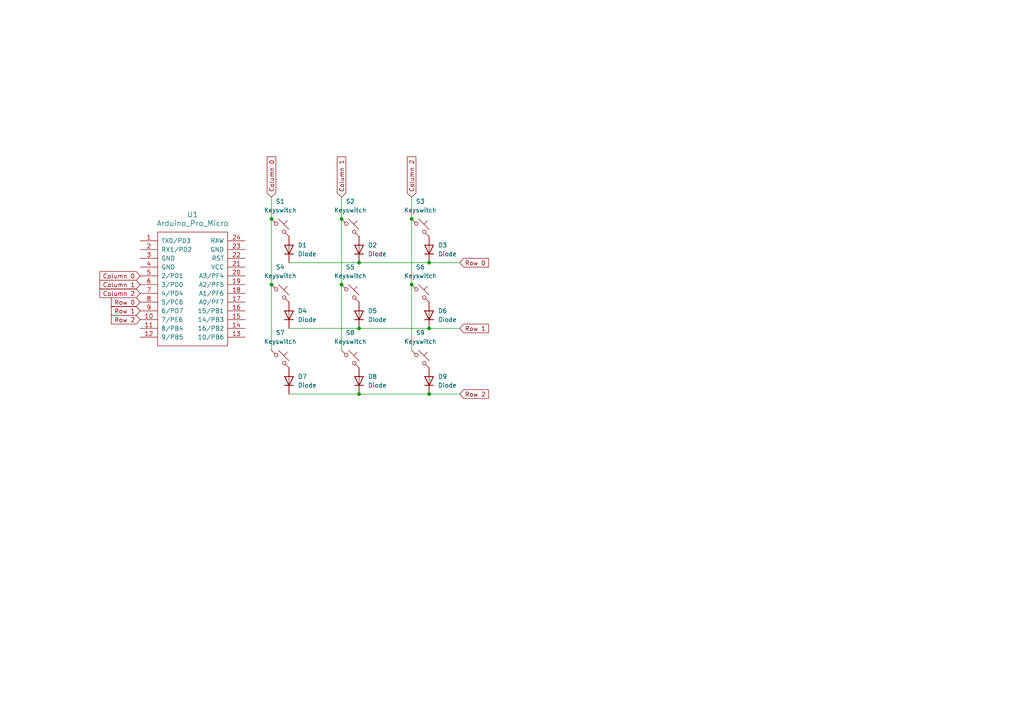
<source format=kicad_sch>
(kicad_sch (version 20231120) (generator "eeschema") (generator_version "8.0")
  (paper "A4")
  (lib_symbols
    (symbol "ScottoKeebs:MCU_Arduino_Pro_Micro" (pin_names (offset 1.016))
      (property "Reference" "U" (at 0 0 0))
      (property "Value" "Arduino_Pro_Micro" (at 0 -19.05 0))
      (symbol "MCU_Arduino_Pro_Micro_0_1"
        (rectangle (start -10.16 16.51) (end 10.16 -16.51))
      )
      (symbol "MCU_Arduino_Pro_Micro_1_1"
        (pin input line (at -15.24 13.97 0) (length 5.08) (name "TX0/PD3") (number "1"))
        (pin input line (at -15.24 -8.89 0) (length 5.08) (name "7/PE6") (number "10"))
        (pin input line (at -15.24 -11.43 0) (length 5.08) (name "8/PB4") (number "11"))
        (pin input line (at -15.24 -13.97 0) (length 5.08) (name "9/PB5") (number "12"))
        (pin input line (at 15.24 -13.97 180) (length 5.08) (name "10/PB6") (number "13"))
        (pin input line (at 15.24 -11.43 180) (length 5.08) (name "16/PB2") (number "14"))
        (pin input line (at 15.24 -8.89 180) (length 5.08) (name "14/PB3") (number "15"))
        (pin input line (at 15.24 -6.35 180) (length 5.08) (name "15/PB1") (number "16"))
        (pin input line (at 15.24 -3.81 180) (length 5.08) (name "A0/PF7") (number "17"))
        (pin input line (at 15.24 -1.27 180) (length 5.08) (name "A1/PF6") (number "18"))
        (pin input line (at 15.24 1.27 180) (length 5.08) (name "A2/PF5") (number "19"))
        (pin input line (at -15.24 11.43 0) (length 5.08) (name "RX1/PD2") (number "2"))
        (pin input line (at 15.24 3.81 180) (length 5.08) (name "A3/PF4") (number "20"))
        (pin input line (at 15.24 6.35 180) (length 5.08) (name "VCC") (number "21"))
        (pin input line (at 15.24 8.89 180) (length 5.08) (name "RST") (number "22"))
        (pin input line (at 15.24 11.43 180) (length 5.08) (name "GND") (number "23"))
        (pin input line (at 15.24 13.97 180) (length 5.08) (name "RAW") (number "24"))
        (pin input line (at -15.24 8.89 0) (length 5.08) (name "GND") (number "3"))
        (pin input line (at -15.24 6.35 0) (length 5.08) (name "GND") (number "4"))
        (pin input line (at -15.24 3.81 0) (length 5.08) (name "2/PD1") (number "5"))
        (pin input line (at -15.24 1.27 0) (length 5.08) (name "3/PD0") (number "6"))
        (pin input line (at -15.24 -1.27 0) (length 5.08) (name "4/PD4") (number "7"))
        (pin input line (at -15.24 -3.81 0) (length 5.08) (name "5/PC6") (number "8"))
        (pin input line (at -15.24 -6.35 0) (length 5.08) (name "6/PD7") (number "9"))
      )
    )
    (symbol "ScottoKeebs:Placeholder_Diode" (pin_numbers hide) (pin_names hide)
      (property "Reference" "D" (at 0 2.54 0))
      (property "Value" "Diode" (at 0 -2.54 0))
      (symbol "Placeholder_Diode_0_1"
        (polyline (pts (xy -1.27 1.27) (xy -1.27 -1.27)) (stroke (width 0.254)))
        (polyline (pts (xy 1.27 0) (xy -1.27 0)))
        (polyline (pts (xy 1.27 1.27) (xy 1.27 -1.27) (xy -1.27 0) (xy 1.27 1.27)) (stroke (width 0.254)))
      )
      (symbol "Placeholder_Diode_1_1"
        (pin passive line (at -3.81 0 0) (length 2.54) (name "K") (number "1"))
        (pin passive line (at 3.81 0 180) (length 2.54) (name "A") (number "2"))
      )
    )
    (symbol "ScottoKeebs:Placeholder_Keyswitch" (pin_numbers hide) (pin_names (offset 1.016) hide)
      (property "Reference" "S" (at 3.048 1.016 0))
      (property "Value" "Keyswitch" (at 0 -3.81 0))
      (symbol "Placeholder_Keyswitch_0_1"
        (circle (center -1.1684 1.1684) (radius 0.508))
        (polyline (pts (xy -0.508 2.54) (xy 2.54 -0.508)))
        (polyline (pts (xy 1.016 1.016) (xy 2.032 2.032)))
        (polyline (pts (xy -2.54 2.54) (xy -1.524 1.524) (xy -1.524 1.524)))
        (polyline (pts (xy 1.524 -1.524) (xy 2.54 -2.54) (xy 2.54 -2.54) (xy 2.54 -2.54)))
        (circle (center 1.143 -1.1938) (radius 0.508))
        (pin passive line (at -2.54 2.54 0) (length 0) (name "1") (number "1"))
        (pin passive line (at 2.54 -2.54 180) (length 0) (name "2") (number "2"))
      )
    )
  )
  (junction (at 99.06 63.5))
  (junction (at 104.14 114.3))
  (junction (at 124.46 114.3))
  (junction (at 104.14 76.2))
  (junction (at 78.74 63.5))
  (junction (at 119.38 63.5))
  (junction (at 99.06 82.55))
  (junction (at 119.38 82.55))
  (junction (at 124.46 95.25))
  (junction (at 104.14 95.25))
  (junction (at 124.46 76.2))
  (junction (at 78.74 82.55))
  (wire (pts (xy 83.82 114.3) (xy 104.14 114.3)))
  (wire (pts (xy 78.74 63.5) (xy 78.74 82.55)))
  (wire (pts (xy 83.82 95.25) (xy 104.14 95.25)))
  (wire (pts (xy 99.06 82.55) (xy 99.06 101.6)))
  (wire (pts (xy 78.74 57.15) (xy 78.74 63.5)))
  (wire (pts (xy 83.82 76.2) (xy 104.14 76.2)))
  (wire (pts (xy 99.06 63.5) (xy 99.06 82.55)))
  (wire (pts (xy 119.38 63.5) (xy 119.38 82.55)))
  (wire (pts (xy 133.35 114.3) (xy 124.46 114.3)))
  (wire (pts (xy 104.14 114.3) (xy 124.46 114.3)))
  (wire (pts (xy 104.14 95.25) (xy 124.46 95.25)))
  (wire (pts (xy 104.14 76.2) (xy 124.46 76.2)))
  (wire (pts (xy 133.35 95.25) (xy 124.46 95.25)))
  (wire (pts (xy 99.06 57.15) (xy 99.06 63.5)))
  (wire (pts (xy 119.38 57.15) (xy 119.38 63.5)))
  (wire (pts (xy 119.38 82.55) (xy 119.38 101.6)))
  (wire (pts (xy 78.74 82.55) (xy 78.74 101.6)))
  (wire (pts (xy 133.35 76.2) (xy 124.46 76.2)))
  (global_label "Row 0" (shape input) (at 133.35 76.2 0) (property "Intersheetrefs" "${INTERSHEET_REFS}" (effects (hide yes))))
  (global_label "Column 1" (shape input) (at 40.64 82.55 180) (property "Intersheetrefs" "${INTERSHEET_REFS}" (effects (hide yes))))
  (global_label "Column 2" (shape input) (at 40.64 85.09 180) (property "Intersheetrefs" "${INTERSHEET_REFS}" (effects (hide yes))))
  (global_label "Column 1" (shape input) (at 99.06 57.15 90) (property "Intersheetrefs" "${INTERSHEET_REFS}" (effects (hide yes))))
  (global_label "Row 2" (shape input) (at 133.35 114.3 0) (property "Intersheetrefs" "${INTERSHEET_REFS}" (effects (hide yes))))
  (global_label "Row 1" (shape input) (at 133.35 95.25 0) (property "Intersheetrefs" "${INTERSHEET_REFS}" (effects (hide yes))))
  (global_label "Row 0" (shape input) (at 40.64 87.63 180) (property "Intersheetrefs" "${INTERSHEET_REFS}" (effects (hide yes))))
  (global_label "Column 2" (shape input) (at 119.38 57.15 90) (property "Intersheetrefs" "${INTERSHEET_REFS}" (effects (hide yes))))
  (global_label "Column 0" (shape input) (at 78.74 57.15 90) (property "Intersheetrefs" "${INTERSHEET_REFS}" (effects (hide yes))))
  (global_label "Row 2" (shape input) (at 40.64 92.71 180) (property "Intersheetrefs" "${INTERSHEET_REFS}" (effects (hide yes))))
  (global_label "Column 0" (shape input) (at 40.64 80.01 180) (property "Intersheetrefs" "${INTERSHEET_REFS}" (effects (hide yes))))
  (global_label "Row 1" (shape input) (at 40.64 90.17 180) (property "Intersheetrefs" "${INTERSHEET_REFS}" (effects (hide yes))))
  (symbol (lib_id "ScottoKeebs:Placeholder_Keyswitch") (at 81.28 85.09 0) (unit 1)
    (property "Reference" "S4" (at 81.28 77.47 0))
    (property "Value" "Keyswitch" (at 81.28 80.01 0))
    (property "Footprint" "ScottoKeebs_MX:MX_PCB_1.00u" (effects (hide yes)))
    (property "Description" "Push button switch, normally open, two pins, 45° tilted" (effects (hide yes)))
  )
  (symbol (lib_id "ScottoKeebs:Placeholder_Diode") (at 104.14 72.39 90) (unit 1)
    (property "Reference" "D2" (at 106.68 71.1199 90) (effects (justify right)))
    (property "Value" "Diode" (at 106.68 73.6599 90) (effects (justify right)))
    (property "Footprint" "ScottoKeebs_Components:Diode_DO-35" (effects (hide yes)))
    (property "Description" "1N4148 (DO-35) or 1N4148W (SOD-123)" (effects (hide yes)))
    (property "Sim.Device" "D" (effects (hide yes)))
    (property "Sim.Pins" "1=K 2=A" (effects (hide yes)))
  )
  (symbol (lib_id "ScottoKeebs:Placeholder_Diode") (at 83.82 91.44 90) (unit 1)
    (property "Reference" "D4" (at 86.36 90.1699 90) (effects (justify right)))
    (property "Value" "Diode" (at 86.36 92.7099 90) (effects (justify right)))
    (property "Footprint" "ScottoKeebs_Components:Diode_DO-35" (effects (hide yes)))
    (property "Description" "1N4148 (DO-35) or 1N4148W (SOD-123)" (effects (hide yes)))
    (property "Sim.Device" "D" (effects (hide yes)))
    (property "Sim.Pins" "1=K 2=A" (effects (hide yes)))
  )
  (symbol (lib_id "ScottoKeebs:Placeholder_Diode") (at 124.46 91.44 90) (unit 1)
    (property "Reference" "D6" (at 127 90.1699 90) (effects (justify right)))
    (property "Value" "Diode" (at 127 92.7099 90) (effects (justify right)))
    (property "Footprint" "ScottoKeebs_Components:Diode_DO-35" (effects (hide yes)))
    (property "Description" "1N4148 (DO-35) or 1N4148W (SOD-123)" (effects (hide yes)))
    (property "Sim.Device" "D" (effects (hide yes)))
    (property "Sim.Pins" "1=K 2=A" (effects (hide yes)))
  )
  (symbol (lib_id "ScottoKeebs:Placeholder_Diode") (at 83.82 110.49 90) (unit 1)
    (property "Reference" "D7" (at 86.36 109.2199 90) (effects (justify right)))
    (property "Value" "Diode" (at 86.36 111.7599 90) (effects (justify right)))
    (property "Footprint" "ScottoKeebs_Components:Diode_DO-35" (effects (hide yes)))
    (property "Description" "1N4148 (DO-35) or 1N4148W (SOD-123)" (effects (hide yes)))
    (property "Sim.Device" "D" (effects (hide yes)))
    (property "Sim.Pins" "1=K 2=A" (effects (hide yes)))
  )
  (symbol (lib_id "ScottoKeebs:Placeholder_Keyswitch") (at 101.6 66.04 0) (unit 1)
    (property "Reference" "S2" (at 101.6 58.42 0))
    (property "Value" "Keyswitch" (at 101.6 60.96 0))
    (property "Footprint" "ScottoKeebs_MX:MX_PCB_1.00u" (effects (hide yes)))
    (property "Description" "Push button switch, normally open, two pins, 45° tilted" (effects (hide yes)))
  )
  (symbol (lib_id "ScottoKeebs:Placeholder_Keyswitch") (at 121.92 85.09 0) (unit 1)
    (property "Reference" "S6" (at 121.92 77.47 0))
    (property "Value" "Keyswitch" (at 121.92 80.01 0))
    (property "Footprint" "ScottoKeebs_MX:MX_PCB_1.00u" (effects (hide yes)))
    (property "Description" "Push button switch, normally open, two pins, 45° tilted" (effects (hide yes)))
  )
  (symbol (lib_id "ScottoKeebs:Placeholder_Keyswitch") (at 81.28 104.14 0) (unit 1)
    (property "Reference" "S7" (at 81.28 96.52 0))
    (property "Value" "Keyswitch" (at 81.28 99.06 0))
    (property "Footprint" "ScottoKeebs_MX:MX_PCB_1.00u" (effects (hide yes)))
    (property "Description" "Push button switch, normally open, two pins, 45° tilted" (effects (hide yes)))
  )
  (symbol (lib_id "ScottoKeebs:Placeholder_Diode") (at 83.82 72.39 90) (unit 1)
    (property "Reference" "D1" (at 86.36 71.1199 90) (effects (justify right)))
    (property "Value" "Diode" (at 86.36 73.6599 90) (effects (justify right)))
    (property "Footprint" "ScottoKeebs_Components:Diode_DO-35" (effects (hide yes)))
    (property "Description" "1N4148 (DO-35) or 1N4148W (SOD-123)" (effects (hide yes)))
    (property "Sim.Device" "D" (effects (hide yes)))
    (property "Sim.Pins" "1=K 2=A" (effects (hide yes)))
  )
  (symbol (lib_id "ScottoKeebs:Placeholder_Keyswitch") (at 101.6 85.09 0) (unit 1)
    (property "Reference" "S5" (at 101.6 77.47 0))
    (property "Value" "Keyswitch" (at 101.6 80.01 0))
    (property "Footprint" "ScottoKeebs_MX:MX_PCB_1.00u" (effects (hide yes)))
    (property "Description" "Push button switch, normally open, two pins, 45° tilted" (effects (hide yes)))
  )
  (symbol (lib_id "ScottoKeebs:Placeholder_Keyswitch") (at 101.6 104.14 0) (unit 1)
    (property "Reference" "S8" (at 101.6 96.52 0))
    (property "Value" "Keyswitch" (at 101.6 99.06 0))
    (property "Footprint" "ScottoKeebs_MX:MX_PCB_1.00u" (effects (hide yes)))
    (property "Description" "Push button switch, normally open, two pins, 45° tilted" (effects (hide yes)))
  )
  (symbol (lib_id "ScottoKeebs:Placeholder_Diode") (at 124.46 110.49 90) (unit 1)
    (property "Reference" "D9" (at 127 109.2199 90) (effects (justify right)))
    (property "Value" "Diode" (at 127 111.7599 90) (effects (justify right)))
    (property "Footprint" "ScottoKeebs_Components:Diode_DO-35" (effects (hide yes)))
    (property "Description" "1N4148 (DO-35) or 1N4148W (SOD-123)" (effects (hide yes)))
    (property "Sim.Device" "D" (effects (hide yes)))
    (property "Sim.Pins" "1=K 2=A" (effects (hide yes)))
  )
  (symbol (lib_id "ScottoKeebs:Placeholder_Diode") (at 104.14 91.44 90) (unit 1)
    (property "Reference" "D5" (at 106.68 90.1699 90) (effects (justify right)))
    (property "Value" "Diode" (at 106.68 92.7099 90) (effects (justify right)))
    (property "Footprint" "ScottoKeebs_Components:Diode_DO-35" (effects (hide yes)))
    (property "Description" "1N4148 (DO-35) or 1N4148W (SOD-123)" (effects (hide yes)))
    (property "Sim.Device" "D" (effects (hide yes)))
    (property "Sim.Pins" "1=K 2=A" (effects (hide yes)))
  )
  (symbol (lib_id "ScottoKeebs:Placeholder_Diode") (at 124.46 72.39 90) (unit 1)
    (property "Reference" "D3" (at 127 71.1199 90) (effects (justify right)))
    (property "Value" "Diode" (at 127 73.6599 90) (effects (justify right)))
    (property "Footprint" "ScottoKeebs_Components:Diode_DO-35" (effects (hide yes)))
    (property "Description" "1N4148 (DO-35) or 1N4148W (SOD-123)" (effects (hide yes)))
    (property "Sim.Device" "D" (effects (hide yes)))
    (property "Sim.Pins" "1=K 2=A" (effects (hide yes)))
  )
  (symbol (lib_id "ScottoKeebs:Placeholder_Keyswitch") (at 81.28 66.04 0) (unit 1)
    (property "Reference" "S1" (at 81.28 58.42 0))
    (property "Value" "Keyswitch" (at 81.28 60.96 0))
    (property "Footprint" "ScottoKeebs_MX:MX_PCB_1.00u" (effects (hide yes)))
    (property "Description" "Push button switch, normally open, two pins, 45° tilted" (effects (hide yes)))
  )
  (symbol (lib_id "ScottoKeebs:Placeholder_Keyswitch") (at 121.92 66.04 0) (unit 1)
    (property "Reference" "S3" (at 121.92 58.42 0))
    (property "Value" "Keyswitch" (at 121.92 60.96 0))
    (property "Footprint" "ScottoKeebs_MX:MX_PCB_1.00u" (effects (hide yes)))
    (property "Description" "Push button switch, normally open, two pins, 45° tilted" (effects (hide yes)))
  )
  (symbol (lib_id "ScottoKeebs:MCU_Arduino_Pro_Micro") (at 55.88 83.82 0) (unit 1)
    (property "Reference" "U1" (at 55.88 62.23 0) (effects (font (size 1.524 1.524))))
    (property "Value" "Arduino_Pro_Micro" (at 55.88 64.77 0) (effects (font (size 1.524 1.524))))
    (property "Footprint" "ScottoKeebs_MCU:Arduino_Pro_Micro" (effects (hide yes)))
  )
  (symbol (lib_id "ScottoKeebs:Placeholder_Keyswitch") (at 121.92 104.14 0) (unit 1)
    (property "Reference" "S9" (at 121.92 96.52 0))
    (property "Value" "Keyswitch" (at 121.92 99.06 0))
    (property "Footprint" "ScottoKeebs_MX:MX_PCB_1.00u" (effects (hide yes)))
    (property "Description" "Push button switch, normally open, two pins, 45° tilted" (effects (hide yes)))
  )
  (symbol (lib_id "ScottoKeebs:Placeholder_Diode") (at 104.14 110.49 90) (unit 1)
    (property "Reference" "D8" (at 106.68 109.2199 90) (effects (justify right)))
    (property "Value" "Diode" (at 106.68 111.7599 90) (effects (justify right)))
    (property "Footprint" "ScottoKeebs_Components:Diode_DO-35" (effects (hide yes)))
    (property "Description" "1N4148 (DO-35) or 1N4148W (SOD-123)" (effects (hide yes)))
    (property "Sim.Device" "D" (effects (hide yes)))
    (property "Sim.Pins" "1=K 2=A" (effects (hide yes)))
  )
)
</source>
